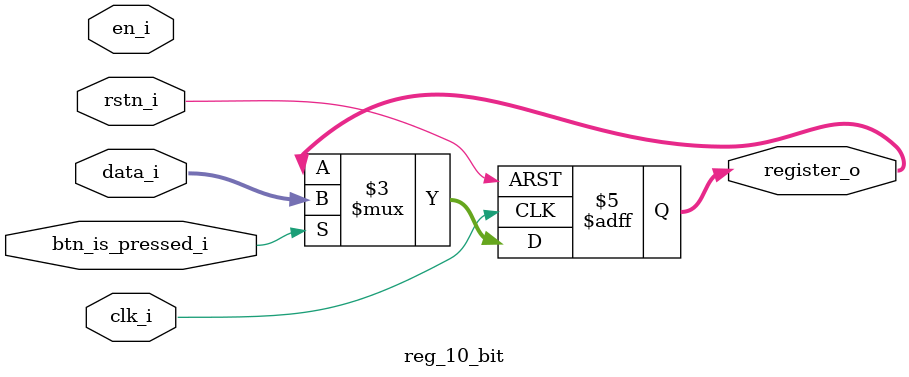
<source format=v>
module reg_10_bit(
    input      [9:0] data_i,             
    input            clk_i,           
    input            rstn_i,           
    input            en_i,      
    input            btn_is_pressed_i,
          
    output reg [9:0] register_o       
    );
  
  
    
  always @( posedge clk_i or negedge rstn_i ) begin
      if ( !rstn_i ) 
        register_o <= 0;
      else if ( btn_is_pressed_i ) 
        register_o <= data_i;
  end 
  
endmodule
</source>
